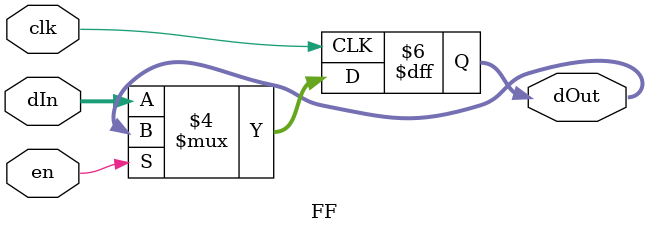
<source format=sv>
`timescale 1ns/1ps
module FF (
    input logic clk,
    input logic en,
    input logic [3:0] dIn,
    output logic [3:0] dOut
);
always_ff @(posedge clk) begin
    if(!en)
        dOut <= dIn;
    else
        dOut <= dOut;
end

endmodule

</source>
